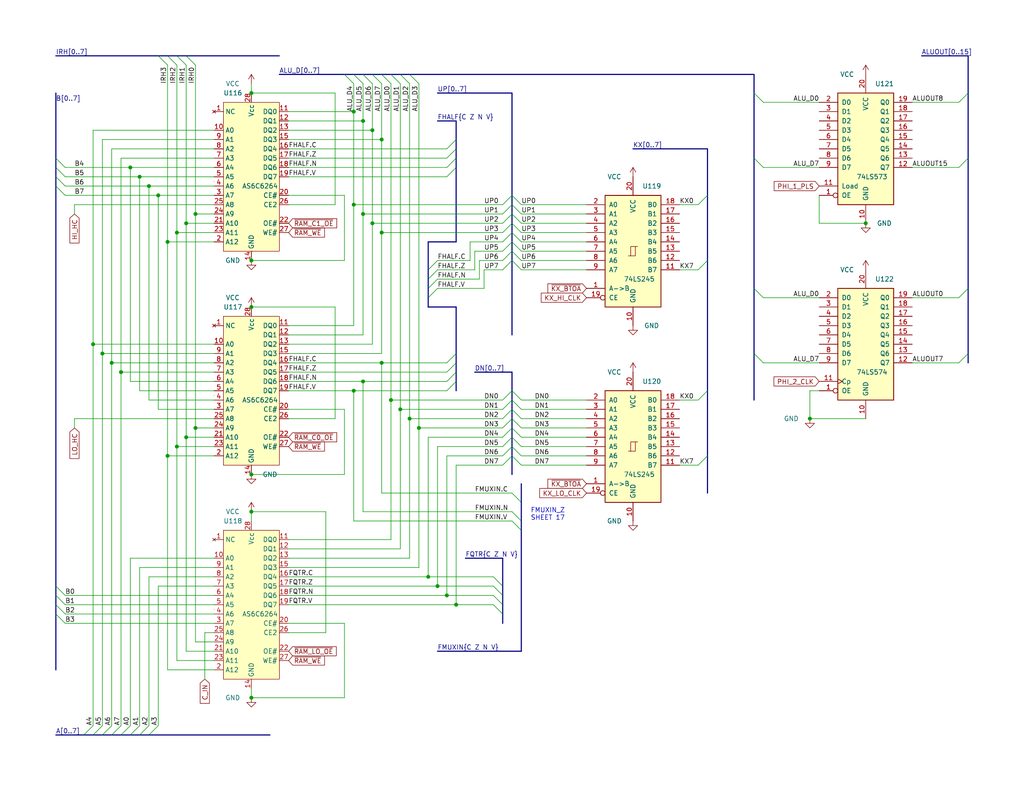
<source format=kicad_sch>
(kicad_sch (version 20211123) (generator eeschema)
  (paper "USLetter")
  (title_block (title "YARC ALU") (comment 1 "All ICs are HC family regardless of P/N shown"))
  (lib_symbols
    (symbol "74xx:74LS245" (pin_names (offset 1.016))
      (property "Reference" "U" (at -7.62 16.51 0))
      (property "Value" "74LS245" (at -7.62 -16.51 0))
      (symbol "74LS245_1_0"
        (polyline (pts (xy -0.635 -1.27) (xy -0.635 1.27) (xy 0.635 1.27)))
        (polyline (pts (xy -1.27 -1.27) (xy 0.635 -1.27) (xy 0.635 1.27) (xy 1.27 1.27)))
        (pin input line (at -12.7 -10.16 0) (length 5.08) (name "A->B") (number "1"))
        (pin power_in line (at 0 -20.32 90) (length 5.08) (name "GND") (number "10"))
        (pin tri_state line (at 12.7 -5.08 180) (length 5.08) (name "B7") (number "11"))
        (pin tri_state line (at 12.7 -2.54 180) (length 5.08) (name "B6") (number "12"))
        (pin tri_state line (at 12.7 0 180) (length 5.08) (name "B5") (number "13"))
        (pin tri_state line (at 12.7 2.54 180) (length 5.08) (name "B4") (number "14"))
        (pin tri_state line (at 12.7 5.08 180) (length 5.08) (name "B3") (number "15"))
        (pin tri_state line (at 12.7 7.62 180) (length 5.08) (name "B2") (number "16"))
        (pin tri_state line (at 12.7 10.16 180) (length 5.08) (name "B1") (number "17"))
        (pin tri_state line (at 12.7 12.7 180) (length 5.08) (name "B0") (number "18"))
        (pin input inverted (at -12.7 -12.7 0) (length 5.08) (name "CE") (number "19"))
        (pin tri_state line (at -12.7 12.7 0) (length 5.08) (name "A0") (number "2"))
        (pin power_in line (at 0 20.32 270) (length 5.08) (name "VCC") (number "20"))
        (pin tri_state line (at -12.7 10.16 0) (length 5.08) (name "A1") (number "3"))
        (pin tri_state line (at -12.7 7.62 0) (length 5.08) (name "A2") (number "4"))
        (pin tri_state line (at -12.7 5.08 0) (length 5.08) (name "A3") (number "5"))
        (pin tri_state line (at -12.7 2.54 0) (length 5.08) (name "A4") (number "6"))
        (pin tri_state line (at -12.7 0 0) (length 5.08) (name "A5") (number "7"))
        (pin tri_state line (at -12.7 -2.54 0) (length 5.08) (name "A6") (number "8"))
        (pin tri_state line (at -12.7 -5.08 0) (length 5.08) (name "A7") (number "9"))
      )
      (symbol "74LS245_1_1"
        (rectangle (start -7.62 15.24) (end 7.62 -15.24) (stroke (width 0.254)) (fill (type background)))
      )
    )
    (symbol "74xx:74LS573" (pin_names (offset 1.016))
      (property "Reference" "U" (at -7.62 16.51 0))
      (property "Value" "74LS573" (at -7.62 -16.51 0))
      (symbol "74LS573_1_0"
        (pin input inverted (at -12.7 -12.7 0) (length 5.08) (name "OE") (number "1"))
        (pin power_in line (at 0 -20.32 90) (length 5.08) (name "GND") (number "10"))
        (pin input line (at -12.7 -10.16 0) (length 5.08) (name "Load") (number "11"))
        (pin tri_state line (at 12.7 -5.08 180) (length 5.08) (name "Q7") (number "12"))
        (pin tri_state line (at 12.7 -2.54 180) (length 5.08) (name "Q6") (number "13"))
        (pin tri_state line (at 12.7 0 180) (length 5.08) (name "Q5") (number "14"))
        (pin tri_state line (at 12.7 2.54 180) (length 5.08) (name "Q4") (number "15"))
        (pin tri_state line (at 12.7 5.08 180) (length 5.08) (name "Q3") (number "16"))
        (pin tri_state line (at 12.7 7.62 180) (length 5.08) (name "Q2") (number "17"))
        (pin tri_state line (at 12.7 10.16 180) (length 5.08) (name "Q1") (number "18"))
        (pin tri_state line (at 12.7 12.7 180) (length 5.08) (name "Q0") (number "19"))
        (pin input line (at -12.7 12.7 0) (length 5.08) (name "D0") (number "2"))
        (pin power_in line (at 0 20.32 270) (length 5.08) (name "VCC") (number "20"))
        (pin input line (at -12.7 10.16 0) (length 5.08) (name "D1") (number "3"))
        (pin input line (at -12.7 7.62 0) (length 5.08) (name "D2") (number "4"))
        (pin input line (at -12.7 5.08 0) (length 5.08) (name "D3") (number "5"))
        (pin input line (at -12.7 2.54 0) (length 5.08) (name "D4") (number "6"))
        (pin input line (at -12.7 0 0) (length 5.08) (name "D5") (number "7"))
        (pin input line (at -12.7 -2.54 0) (length 5.08) (name "D6") (number "8"))
        (pin input line (at -12.7 -5.08 0) (length 5.08) (name "D7") (number "9"))
      )
      (symbol "74LS573_1_1"
        (rectangle (start -7.62 15.24) (end 7.62 -15.24) (stroke (width 0.254)) (fill (type background)))
      )
    )
    (symbol "74xx:74LS574" (pin_names (offset 1.016))
      (property "Reference" "U" (at -7.62 16.51 0))
      (property "Value" "74LS574" (at -7.62 -16.51 0))
      (symbol "74LS574_1_0"
        (pin input inverted (at -12.7 -12.7 0) (length 5.08) (name "OE") (number "1"))
        (pin power_in line (at 0 -20.32 90) (length 5.08) (name "GND") (number "10"))
        (pin input clock (at -12.7 -10.16 0) (length 5.08) (name "Cp") (number "11"))
        (pin tri_state line (at 12.7 -5.08 180) (length 5.08) (name "Q7") (number "12"))
        (pin tri_state line (at 12.7 -2.54 180) (length 5.08) (name "Q6") (number "13"))
        (pin tri_state line (at 12.7 0 180) (length 5.08) (name "Q5") (number "14"))
        (pin tri_state line (at 12.7 2.54 180) (length 5.08) (name "Q4") (number "15"))
        (pin tri_state line (at 12.7 5.08 180) (length 5.08) (name "Q3") (number "16"))
        (pin tri_state line (at 12.7 7.62 180) (length 5.08) (name "Q2") (number "17"))
        (pin tri_state line (at 12.7 10.16 180) (length 5.08) (name "Q1") (number "18"))
        (pin tri_state line (at 12.7 12.7 180) (length 5.08) (name "Q0") (number "19"))
        (pin input line (at -12.7 12.7 0) (length 5.08) (name "D0") (number "2"))
        (pin power_in line (at 0 20.32 270) (length 5.08) (name "VCC") (number "20"))
        (pin input line (at -12.7 10.16 0) (length 5.08) (name "D1") (number "3"))
        (pin input line (at -12.7 7.62 0) (length 5.08) (name "D2") (number "4"))
        (pin input line (at -12.7 5.08 0) (length 5.08) (name "D3") (number "5"))
        (pin input line (at -12.7 2.54 0) (length 5.08) (name "D4") (number "6"))
        (pin input line (at -12.7 0 0) (length 5.08) (name "D5") (number "7"))
        (pin input line (at -12.7 -2.54 0) (length 5.08) (name "D6") (number "8"))
        (pin input line (at -12.7 -5.08 0) (length 5.08) (name "D7") (number "9"))
      )
      (symbol "74LS574_1_1"
        (rectangle (start -7.62 15.24) (end 7.62 -15.24) (stroke (width 0.254)) (fill (type background)))
      )
    )
    (symbol "pdxjjb:AS6C6264"
      (property "Reference" "U" (at -2.54 15.24 0))
      (property "Value" "AS6C6264" (at 0 5.08 90))
      (symbol "AS6C6264_0_1"
        (rectangle (start -10.16 3.81) (end -10.16 3.81))
        (rectangle (start -7.62 25.4) (end 7.62 -15.24) (fill (type background)))
      )
      (symbol "AS6C6264_1_1"
        (pin no_connect line (at -10.16 22.86 0) (length 2.54) (name "NC") (number "1"))
        (pin input line (at -10.16 17.78 0) (length 2.54) (name "A0") (number "10"))
        (pin tri_state line (at 10.16 22.86 180) (length 2.54) (name "DQ0") (number "11"))
        (pin tri_state line (at 10.16 20.32 180) (length 2.54) (name "DQ1") (number "12"))
        (pin tri_state line (at 10.16 17.78 180) (length 2.54) (name "DQ2") (number "13"))
        (pin power_in line (at 0 -17.78 90) (length 2.54) (name "GND") (number "14"))
        (pin tri_state line (at 10.16 15.24 180) (length 2.54) (name "DQ3") (number "15"))
        (pin tri_state line (at 10.16 12.7 180) (length 2.54) (name "DQ4") (number "16"))
        (pin tri_state line (at 10.16 10.16 180) (length 2.54) (name "DQ5") (number "17"))
        (pin tri_state line (at 10.16 7.62 180) (length 2.54) (name "DQ6") (number "18"))
        (pin tri_state line (at 10.16 5.08 180) (length 2.54) (name "DQ7") (number "19"))
        (pin input line (at -10.16 -12.7 0) (length 2.54) (name "A12") (number "2"))
        (pin input line (at 10.16 0 180) (length 2.54) (name "CE#") (number "20"))
        (pin input line (at -10.16 -7.62 0) (length 2.54) (name "A10") (number "21"))
        (pin input line (at 10.16 -7.62 180) (length 2.54) (name "OE#") (number "22"))
        (pin input line (at -10.16 -10.16 0) (length 2.54) (name "A11") (number "23"))
        (pin input line (at -10.16 -5.08 0) (length 2.54) (name "A9") (number "24"))
        (pin input line (at -10.16 -2.54 0) (length 2.54) (name "A8") (number "25"))
        (pin input line (at 10.16 -2.54 180) (length 2.54) (name "CE2") (number "26"))
        (pin input line (at 10.16 -10.16 180) (length 2.54) (name "WE#") (number "27"))
        (pin power_in line (at 0 27.94 270) (length 2.54) (name "Vcc") (number "28"))
        (pin input line (at -10.16 0 0) (length 2.54) (name "A7") (number "3"))
        (pin input line (at -10.16 2.54 0) (length 2.54) (name "A6") (number "4"))
        (pin input line (at -10.16 5.08 0) (length 2.54) (name "A5") (number "5"))
        (pin input line (at -10.16 7.62 0) (length 2.54) (name "A4") (number "6"))
        (pin input line (at -10.16 10.16 0) (length 2.54) (name "A3") (number "7"))
        (pin input line (at -10.16 12.7 0) (length 2.54) (name "A2") (number "8"))
        (pin input line (at -10.16 15.24 0) (length 2.54) (name "A1") (number "9"))
      )
    )
    (symbol "power:GND" (power) (pin_names (offset 0))
      (property "Value" "GND" (at 0 -3.81 0))
      (symbol "GND_0_1"
        (polyline (pts (xy 0 0) (xy 0 -1.27) (xy 1.27 -1.27) (xy 0 -2.54) (xy -1.27 -1.27) (xy 0 -1.27)))
      )
      (symbol "GND_1_1"
        (pin power_in line (at 0 0 270) (length 0) hide (name "GND") (number "1"))
      )
    )
    (symbol "power:VCC" (power) (pin_names (offset 0))
      (property "Value" "VCC" (at 0 3.81 0))
      (symbol "VCC_0_1"
        (polyline (pts (xy -0.762 1.27) (xy 0 2.54)))
        (polyline (pts (xy 0 0) (xy 0 2.54)))
        (polyline (pts (xy 0 2.54) (xy 0.762 1.27)))
      )
      (symbol "VCC_1_1"
        (pin power_in line (at 0 0 90) (length 0) hide (name "VCC") (number "1"))
      )
    )
  )
  (junction (at 119.38 160.02))
  (junction (at 114.3 116.84))
  (junction (at 96.52 30.48))
  (junction (at 48.26 121.92))
  (junction (at 101.6 35.56))
  (junction (at 27.94 96.52))
  (junction (at 111.76 114.3))
  (junction (at 101.6 60.96))
  (junction (at 104.14 63.5))
  (junction (at 45.72 66.04))
  (junction (at 68.58 190.5))
  (junction (at 43.18 53.34))
  (junction (at 121.92 162.56))
  (junction (at 104.14 99.06))
  (junction (at 35.56 45.72))
  (junction (at 50.8 119.38))
  (junction (at 25.4 93.98))
  (junction (at 106.68 109.22))
  (junction (at 40.64 50.8))
  (junction (at 68.58 129.54))
  (junction (at 236.22 60.96))
  (junction (at 53.34 116.84))
  (junction (at 68.58 83.82))
  (junction (at 96.52 106.68))
  (junction (at 45.72 124.46))
  (junction (at 99.06 33.02))
  (junction (at 30.48 99.06))
  (junction (at 68.58 139.7))
  (junction (at 124.46 165.1))
  (junction (at 48.26 63.5))
  (junction (at 116.84 157.48))
  (junction (at 68.58 71.12))
  (junction (at 68.58 25.4))
  (junction (at 38.1 48.26))
  (junction (at 104.14 38.1))
  (junction (at 99.06 104.14))
  (junction (at 109.22 111.76))
  (junction (at 33.02 101.6))
  (junction (at 220.98 114.3))
  (junction (at 96.52 55.88))
  (junction (at 53.34 58.42))
  (junction (at 99.06 58.42))
  (junction (at 50.8 60.96))
  (bus_entry (at 124.46 96.52) (size -2.54 2.54))
  (bus_entry (at 139.7 116.84) (size -2.54 2.54))
  (bus_entry (at 142.24 137.16) (size -2.54 -2.54))
  (bus_entry (at 264.16 78.74) (size -2.54 2.54))
  (bus_entry (at 50.8 15.24) (size 2.54 2.54))
  (bus_entry (at 124.46 43.18) (size -2.54 2.54))
  (bus_entry (at 139.7 68.58) (size -2.54 2.54))
  (bus_entry (at 15.24 167.64) (size 2.54 2.54))
  (bus_entry (at 139.7 71.12) (size -2.54 2.54))
  (bus_entry (at 116.84 73.66) (size 2.54 -2.54))
  (bus_entry (at 137.16 167.64) (size -2.54 -2.54))
  (bus_entry (at 139.7 55.88) (size 2.54 2.54))
  (bus_entry (at 139.7 66.04) (size -2.54 2.54))
  (bus_entry (at 205.74 43.18) (size 2.54 2.54))
  (bus_entry (at 99.06 20.32) (size 2.54 2.54))
  (bus_entry (at 193.04 124.46) (size -2.54 2.54))
  (bus_entry (at 111.76 20.32) (size 2.54 2.54))
  (bus_entry (at 139.7 63.5) (size 2.54 2.54))
  (bus_entry (at 139.7 124.46) (size -2.54 2.54))
  (bus_entry (at 15.24 162.56) (size 2.54 2.54))
  (bus_entry (at 15.24 50.8) (size 2.54 2.54))
  (bus_entry (at 124.46 99.06) (size -2.54 2.54))
  (bus_entry (at 124.46 38.1) (size -2.54 2.54))
  (bus_entry (at 139.7 111.76) (size 2.54 2.54))
  (bus_entry (at 124.46 101.6) (size -2.54 2.54))
  (bus_entry (at 45.72 15.24) (size 2.54 2.54))
  (bus_entry (at 139.7 119.38) (size -2.54 2.54))
  (bus_entry (at 139.7 68.58) (size 2.54 2.54))
  (bus_entry (at 139.7 58.42) (size -2.54 2.54))
  (bus_entry (at 101.6 20.32) (size 2.54 2.54))
  (bus_entry (at 43.18 15.24) (size 2.54 2.54))
  (bus_entry (at 106.68 20.32) (size 2.54 2.54))
  (bus_entry (at 15.24 160.02) (size 2.54 2.54))
  (bus_entry (at 139.7 109.22) (size -2.54 2.54))
  (bus_entry (at 137.16 160.02) (size -2.54 -2.54))
  (bus_entry (at 27.94 200.66) (size 2.54 -2.54))
  (bus_entry (at 139.7 71.12) (size 2.54 2.54))
  (bus_entry (at 25.4 200.66) (size 2.54 -2.54))
  (bus_entry (at 137.16 162.56) (size -2.54 -2.54))
  (bus_entry (at 193.04 71.12) (size -2.54 2.54))
  (bus_entry (at 15.24 165.1) (size 2.54 2.54))
  (bus_entry (at 139.7 63.5) (size -2.54 2.54))
  (bus_entry (at 139.7 119.38) (size 2.54 2.54))
  (bus_entry (at 139.7 60.96) (size 2.54 2.54))
  (bus_entry (at 93.98 20.32) (size 2.54 2.54))
  (bus_entry (at 124.46 40.64) (size -2.54 2.54))
  (bus_entry (at 139.7 114.3) (size -2.54 2.54))
  (bus_entry (at 30.48 200.66) (size 2.54 -2.54))
  (bus_entry (at 139.7 116.84) (size 2.54 2.54))
  (bus_entry (at 193.04 53.34) (size -2.54 2.54))
  (bus_entry (at 139.7 58.42) (size 2.54 2.54))
  (bus_entry (at 15.24 48.26) (size 2.54 2.54))
  (bus_entry (at 139.7 109.22) (size 2.54 2.54))
  (bus_entry (at 124.46 45.72) (size -2.54 2.54))
  (bus_entry (at 139.7 124.46) (size 2.54 2.54))
  (bus_entry (at 205.74 25.4) (size 2.54 2.54))
  (bus_entry (at 116.84 76.2) (size 2.54 -2.54))
  (bus_entry (at 38.1 200.66) (size 2.54 -2.54))
  (bus_entry (at 48.26 15.24) (size 2.54 2.54))
  (bus_entry (at 137.16 165.1) (size -2.54 -2.54))
  (bus_entry (at 139.7 121.92) (size 2.54 2.54))
  (bus_entry (at 116.84 78.74) (size 2.54 -2.54))
  (bus_entry (at 139.7 66.04) (size 2.54 2.54))
  (bus_entry (at 139.7 53.34) (size -2.54 2.54))
  (bus_entry (at 139.7 114.3) (size 2.54 2.54))
  (bus_entry (at 264.16 43.18) (size -2.54 2.54))
  (bus_entry (at 22.86 200.66) (size 2.54 -2.54))
  (bus_entry (at 15.24 45.72) (size 2.54 2.54))
  (bus_entry (at 264.16 25.4) (size -2.54 2.54))
  (bus_entry (at 139.7 55.88) (size -2.54 2.54))
  (bus_entry (at 205.74 78.74) (size 2.54 2.54))
  (bus_entry (at 205.74 96.52) (size 2.54 2.54))
  (bus_entry (at 124.46 104.14) (size -2.54 2.54))
  (bus_entry (at 139.7 106.68) (size 2.54 2.54))
  (bus_entry (at 139.7 111.76) (size -2.54 2.54))
  (bus_entry (at 35.56 200.66) (size 2.54 -2.54))
  (bus_entry (at 116.84 81.28) (size 2.54 -2.54))
  (bus_entry (at 142.24 142.24) (size -2.54 -2.54))
  (bus_entry (at 193.04 106.68) (size -2.54 2.54))
  (bus_entry (at 96.52 20.32) (size 2.54 2.54))
  (bus_entry (at 139.7 106.68) (size -2.54 2.54))
  (bus_entry (at 40.64 200.66) (size 2.54 -2.54))
  (bus_entry (at 33.02 200.66) (size 2.54 -2.54))
  (bus_entry (at 264.16 96.52) (size -2.54 2.54))
  (bus_entry (at 142.24 144.78) (size -2.54 -2.54))
  (bus_entry (at 104.14 20.32) (size 2.54 2.54))
  (bus_entry (at 109.22 20.32) (size 2.54 2.54))
  (bus_entry (at 139.7 60.96) (size -2.54 2.54))
  (bus_entry (at 15.24 43.18) (size 2.54 2.54))
  (bus_entry (at 139.7 53.34) (size 2.54 2.54))
  (bus_entry (at 139.7 121.92) (size -2.54 2.54))
  (wire (pts (xy 20.32 55.88) (xy 20.32 58.42)))
  (bus (pts (xy 124.46 101.6) (xy 124.46 104.14)))
  (wire (pts (xy 55.88 172.72) (xy 58.42 172.72)))
  (bus (pts (xy 33.02 200.66) (xy 35.56 200.66)))
  (wire (pts (xy 35.56 152.4) (xy 58.42 152.4)))
  (wire (pts (xy 114.3 22.86) (xy 114.3 116.84)))
  (bus (pts (xy 22.86 200.66) (xy 25.4 200.66)))
  (wire (pts (xy 106.68 109.22) (xy 106.68 147.32)))
  (wire (pts (xy 109.22 111.76) (xy 109.22 149.86)))
  (bus (pts (xy 50.8 15.24) (xy 76.2 15.24)))
  (wire (pts (xy 48.26 180.34) (xy 48.26 121.92)))
  (wire (pts (xy 45.72 182.88) (xy 45.72 124.46)))
  (wire (pts (xy 58.42 43.18) (xy 33.02 43.18)))
  (bus (pts (xy 137.16 165.1) (xy 137.16 167.64)))
  (bus (pts (xy 137.16 160.02) (xy 137.16 162.56)))
  (wire (pts (xy 58.42 66.04) (xy 45.72 66.04)))
  (wire (pts (xy 78.74 157.48) (xy 116.84 157.48)))
  (wire (pts (xy 160.02 60.96) (xy 142.24 60.96)))
  (wire (pts (xy 58.42 116.84) (xy 53.34 116.84)))
  (wire (pts (xy 160.02 71.12) (xy 142.24 71.12)))
  (bus (pts (xy 96.52 20.32) (xy 99.06 20.32)))
  (wire (pts (xy 58.42 167.64) (xy 17.78 167.64)))
  (wire (pts (xy 35.56 45.72) (xy 58.42 45.72)))
  (bus (pts (xy 104.14 20.32) (xy 106.68 20.32)))
  (wire (pts (xy 101.6 60.96) (xy 101.6 93.98)))
  (bus (pts (xy 124.46 40.64) (xy 124.46 43.18)))
  (bus (pts (xy 124.46 43.18) (xy 124.46 45.72)))
  (bus (pts (xy 139.7 116.84) (xy 139.7 114.3)))
  (wire (pts (xy 132.08 73.66) (xy 132.08 78.74)))
  (wire (pts (xy 38.1 106.68) (xy 38.1 48.26)))
  (wire (pts (xy 137.16 114.3) (xy 111.76 114.3)))
  (bus (pts (xy 124.46 66.04) (xy 116.84 66.04)))
  (wire (pts (xy 142.24 111.76) (xy 160.02 111.76)))
  (wire (pts (xy 48.26 121.92) (xy 48.26 63.5)))
  (bus (pts (xy 139.7 111.76) (xy 139.7 109.22)))
  (wire (pts (xy 93.98 129.54) (xy 68.58 129.54)))
  (bus (pts (xy 25.4 200.66) (xy 27.94 200.66)))
  (wire (pts (xy 208.28 45.72) (xy 223.52 45.72)))
  (bus (pts (xy 15.24 50.8) (xy 15.24 160.02)))
  (bus (pts (xy 142.24 144.78) (xy 142.24 177.8)))
  (wire (pts (xy 68.58 190.5) (xy 68.58 187.96)))
  (wire (pts (xy 50.8 17.78) (xy 50.8 60.96)))
  (wire (pts (xy 93.98 71.12) (xy 68.58 71.12)))
  (wire (pts (xy 78.74 170.18) (xy 93.98 170.18)))
  (bus (pts (xy 124.46 99.06) (xy 124.46 101.6)))
  (bus (pts (xy 116.84 78.74) (xy 116.84 81.28)))
  (wire (pts (xy 50.8 119.38) (xy 50.8 60.96)))
  (wire (pts (xy 43.18 198.12) (xy 43.18 160.02)))
  (bus (pts (xy 76.2 20.32) (xy 93.98 20.32)))
  (wire (pts (xy 78.74 91.44) (xy 99.06 91.44)))
  (bus (pts (xy 30.48 200.66) (xy 33.02 200.66)))
  (bus (pts (xy 15.24 43.18) (xy 15.24 45.72)))
  (bus (pts (xy 139.7 68.58) (xy 139.7 71.12)))
  (wire (pts (xy 96.52 106.68) (xy 121.92 106.68)))
  (wire (pts (xy 68.58 139.7) (xy 68.58 142.24)))
  (wire (pts (xy 78.74 104.14) (xy 99.06 104.14)))
  (bus (pts (xy 15.24 160.02) (xy 15.24 162.56)))
  (wire (pts (xy 58.42 104.14) (xy 35.56 104.14)))
  (wire (pts (xy 106.68 22.86) (xy 106.68 109.22)))
  (wire (pts (xy 208.28 27.94) (xy 223.52 27.94)))
  (wire (pts (xy 101.6 35.56) (xy 101.6 60.96)))
  (wire (pts (xy 40.64 109.22) (xy 40.64 50.8)))
  (wire (pts (xy 119.38 121.92) (xy 137.16 121.92)))
  (wire (pts (xy 53.34 175.26) (xy 53.34 116.84)))
  (bus (pts (xy 205.74 96.52) (xy 205.74 109.22)))
  (bus (pts (xy 124.46 83.82) (xy 124.46 96.52)))
  (wire (pts (xy 53.34 116.84) (xy 53.34 58.42)))
  (wire (pts (xy 104.14 134.62) (xy 104.14 99.06)))
  (bus (pts (xy 205.74 78.74) (xy 205.74 96.52)))
  (wire (pts (xy 43.18 111.76) (xy 43.18 53.34)))
  (wire (pts (xy 17.78 162.56) (xy 58.42 162.56)))
  (wire (pts (xy 99.06 22.86) (xy 99.06 33.02)))
  (wire (pts (xy 78.74 165.1) (xy 124.46 165.1)))
  (wire (pts (xy 111.76 114.3) (xy 111.76 152.4)))
  (wire (pts (xy 58.42 182.88) (xy 45.72 182.88)))
  (wire (pts (xy 91.44 83.82) (xy 68.58 83.82)))
  (wire (pts (xy 78.74 152.4) (xy 111.76 152.4)))
  (wire (pts (xy 114.3 116.84) (xy 114.3 154.94)))
  (wire (pts (xy 78.74 99.06) (xy 104.14 99.06)))
  (wire (pts (xy 40.64 157.48) (xy 58.42 157.48)))
  (bus (pts (xy 137.16 152.4) (xy 137.16 160.02)))
  (bus (pts (xy 119.38 25.4) (xy 139.7 25.4)))
  (bus (pts (xy 205.74 20.32) (xy 205.74 25.4)))
  (bus (pts (xy 119.38 33.02) (xy 124.46 33.02)))
  (wire (pts (xy 78.74 93.98) (xy 101.6 93.98)))
  (bus (pts (xy 124.46 83.82) (xy 116.84 83.82)))
  (bus (pts (xy 139.7 71.12) (xy 139.7 91.44)))
  (bus (pts (xy 139.7 60.96) (xy 139.7 63.5)))
  (bus (pts (xy 251.46 15.24) (xy 264.16 15.24)))
  (wire (pts (xy 261.62 45.72) (xy 248.92 45.72)))
  (bus (pts (xy 116.84 73.66) (xy 116.84 76.2)))
  (wire (pts (xy 48.26 17.78) (xy 48.26 63.5)))
  (bus (pts (xy 124.46 45.72) (xy 124.46 66.04)))
  (wire (pts (xy 121.92 124.46) (xy 137.16 124.46)))
  (bus (pts (xy 139.7 114.3) (xy 139.7 111.76)))
  (wire (pts (xy 30.48 198.12) (xy 30.48 99.06)))
  (wire (pts (xy 38.1 48.26) (xy 58.42 48.26)))
  (wire (pts (xy 109.22 22.86) (xy 109.22 111.76)))
  (wire (pts (xy 58.42 119.38) (xy 50.8 119.38)))
  (bus (pts (xy 124.46 96.52) (xy 124.46 99.06)))
  (wire (pts (xy 104.14 134.62) (xy 139.7 134.62)))
  (wire (pts (xy 261.62 27.94) (xy 248.92 27.94)))
  (bus (pts (xy 116.84 83.82) (xy 116.84 81.28)))
  (wire (pts (xy 38.1 154.94) (xy 58.42 154.94)))
  (wire (pts (xy 30.48 40.64) (xy 58.42 40.64)))
  (wire (pts (xy 121.92 40.64) (xy 78.74 40.64)))
  (wire (pts (xy 96.52 142.24) (xy 96.52 106.68)))
  (bus (pts (xy 264.16 15.24) (xy 264.16 25.4)))
  (wire (pts (xy 142.24 73.66) (xy 160.02 73.66)))
  (wire (pts (xy 137.16 109.22) (xy 106.68 109.22)))
  (wire (pts (xy 236.22 114.3) (xy 220.98 114.3)))
  (bus (pts (xy 106.68 20.32) (xy 109.22 20.32)))
  (bus (pts (xy 142.24 142.24) (xy 142.24 144.78)))
  (wire (pts (xy 45.72 17.78) (xy 45.72 66.04)))
  (wire (pts (xy 91.44 25.4) (xy 68.58 25.4)))
  (wire (pts (xy 78.74 111.76) (xy 93.98 111.76)))
  (bus (pts (xy 15.24 15.24) (xy 43.18 15.24)))
  (bus (pts (xy 48.26 15.24) (xy 50.8 15.24)))
  (wire (pts (xy 91.44 114.3) (xy 91.44 83.82)))
  (wire (pts (xy 104.14 38.1) (xy 104.14 63.5)))
  (wire (pts (xy 88.9 139.7) (xy 68.58 139.7)))
  (bus (pts (xy 35.56 200.66) (xy 38.1 200.66)))
  (wire (pts (xy 45.72 124.46) (xy 45.72 66.04)))
  (wire (pts (xy 78.74 114.3) (xy 91.44 114.3)))
  (wire (pts (xy 142.24 121.92) (xy 160.02 121.92)))
  (wire (pts (xy 134.62 157.48) (xy 116.84 157.48)))
  (wire (pts (xy 53.34 17.78) (xy 53.34 58.42)))
  (wire (pts (xy 142.24 114.3) (xy 160.02 114.3)))
  (wire (pts (xy 121.92 162.56) (xy 121.92 124.46)))
  (wire (pts (xy 20.32 114.3) (xy 20.32 116.84)))
  (wire (pts (xy 99.06 104.14) (xy 121.92 104.14)))
  (wire (pts (xy 78.74 147.32) (xy 106.68 147.32)))
  (bus (pts (xy 99.06 20.32) (xy 101.6 20.32)))
  (wire (pts (xy 129.54 68.58) (xy 137.16 68.58)))
  (wire (pts (xy 58.42 58.42) (xy 53.34 58.42)))
  (bus (pts (xy 264.16 25.4) (xy 264.16 43.18)))
  (wire (pts (xy 96.52 55.88) (xy 96.52 88.9)))
  (wire (pts (xy 55.88 185.42) (xy 55.88 172.72)))
  (wire (pts (xy 58.42 165.1) (xy 17.78 165.1)))
  (wire (pts (xy 137.16 116.84) (xy 114.3 116.84)))
  (wire (pts (xy 261.62 99.06) (xy 248.92 99.06)))
  (wire (pts (xy 40.64 198.12) (xy 40.64 157.48)))
  (wire (pts (xy 142.24 109.22) (xy 160.02 109.22)))
  (wire (pts (xy 96.52 30.48) (xy 96.52 55.88)))
  (wire (pts (xy 17.78 53.34) (xy 43.18 53.34)))
  (bus (pts (xy 139.7 124.46) (xy 139.7 121.92)))
  (bus (pts (xy 137.16 167.64) (xy 137.16 170.18)))
  (wire (pts (xy 58.42 124.46) (xy 45.72 124.46)))
  (wire (pts (xy 78.74 33.02) (xy 99.06 33.02)))
  (wire (pts (xy 128.27 66.04) (xy 128.27 71.12)))
  (wire (pts (xy 142.24 119.38) (xy 160.02 119.38)))
  (wire (pts (xy 130.81 71.12) (xy 137.16 71.12)))
  (wire (pts (xy 58.42 55.88) (xy 20.32 55.88)))
  (bus (pts (xy 15.24 25.4) (xy 15.24 43.18)))
  (wire (pts (xy 124.46 165.1) (xy 124.46 127)))
  (bus (pts (xy 116.84 76.2) (xy 116.84 78.74)))
  (bus (pts (xy 193.04 53.34) (xy 193.04 71.12)))
  (wire (pts (xy 78.74 38.1) (xy 104.14 38.1)))
  (wire (pts (xy 134.62 160.02) (xy 119.38 160.02)))
  (wire (pts (xy 129.54 68.58) (xy 129.54 73.66)))
  (wire (pts (xy 58.42 63.5) (xy 48.26 63.5)))
  (wire (pts (xy 142.24 63.5) (xy 160.02 63.5)))
  (wire (pts (xy 99.06 33.02) (xy 99.06 58.42)))
  (wire (pts (xy 50.8 177.8) (xy 50.8 119.38)))
  (bus (pts (xy 116.84 66.04) (xy 116.84 73.66)))
  (bus (pts (xy 205.74 43.18) (xy 205.74 78.74)))
  (bus (pts (xy 139.7 109.22) (xy 139.7 106.68)))
  (wire (pts (xy 190.5 73.66) (xy 185.42 73.66)))
  (wire (pts (xy 116.84 157.48) (xy 116.84 119.38)))
  (wire (pts (xy 68.58 22.86) (xy 68.58 25.4)))
  (bus (pts (xy 119.38 177.8) (xy 142.24 177.8)))
  (wire (pts (xy 78.74 96.52) (xy 104.14 96.52)))
  (wire (pts (xy 128.27 71.12) (xy 119.38 71.12)))
  (wire (pts (xy 58.42 60.96) (xy 50.8 60.96)))
  (wire (pts (xy 27.94 38.1) (xy 58.42 38.1)))
  (wire (pts (xy 104.14 99.06) (xy 121.92 99.06)))
  (wire (pts (xy 129.54 73.66) (xy 119.38 73.66)))
  (wire (pts (xy 134.62 165.1) (xy 124.46 165.1)))
  (wire (pts (xy 17.78 170.18) (xy 58.42 170.18)))
  (bus (pts (xy 205.74 25.4) (xy 205.74 43.18)))
  (bus (pts (xy 172.72 40.64) (xy 193.04 40.64)))
  (wire (pts (xy 17.78 45.72) (xy 35.56 45.72)))
  (bus (pts (xy 137.16 162.56) (xy 137.16 165.1)))
  (wire (pts (xy 142.24 124.46) (xy 160.02 124.46)))
  (bus (pts (xy 27.94 200.66) (xy 30.48 200.66)))
  (wire (pts (xy 58.42 175.26) (xy 53.34 175.26)))
  (bus (pts (xy 142.24 132.08) (xy 142.24 137.16)))
  (wire (pts (xy 160.02 68.58) (xy 142.24 68.58)))
  (bus (pts (xy 139.7 58.42) (xy 139.7 60.96)))
  (bus (pts (xy 139.7 55.88) (xy 139.7 58.42)))
  (bus (pts (xy 264.16 43.18) (xy 264.16 78.74)))
  (wire (pts (xy 142.24 66.04) (xy 160.02 66.04)))
  (wire (pts (xy 124.46 127) (xy 137.16 127)))
  (wire (pts (xy 220.98 106.68) (xy 220.98 114.3)))
  (wire (pts (xy 58.42 177.8) (xy 50.8 177.8)))
  (wire (pts (xy 58.42 111.76) (xy 43.18 111.76)))
  (wire (pts (xy 78.74 53.34) (xy 93.98 53.34)))
  (wire (pts (xy 96.52 142.24) (xy 139.7 142.24)))
  (bus (pts (xy 142.24 137.16) (xy 142.24 142.24)))
  (bus (pts (xy 127 152.4) (xy 137.16 152.4)))
  (wire (pts (xy 33.02 43.18) (xy 33.02 101.6)))
  (bus (pts (xy 193.04 106.68) (xy 193.04 124.46)))
  (wire (pts (xy 137.16 63.5) (xy 104.14 63.5)))
  (wire (pts (xy 142.24 55.88) (xy 160.02 55.88)))
  (bus (pts (xy 15.24 167.64) (xy 15.24 182.88)))
  (wire (pts (xy 142.24 116.84) (xy 160.02 116.84)))
  (bus (pts (xy 124.46 33.02) (xy 124.46 38.1)))
  (wire (pts (xy 137.16 73.66) (xy 132.08 73.66)))
  (bus (pts (xy 93.98 20.32) (xy 96.52 20.32)))
  (wire (pts (xy 190.5 109.22) (xy 185.42 109.22)))
  (bus (pts (xy 15.24 165.1) (xy 15.24 167.64)))
  (wire (pts (xy 111.76 22.86) (xy 111.76 114.3)))
  (wire (pts (xy 104.14 22.86) (xy 104.14 38.1)))
  (bus (pts (xy 139.7 25.4) (xy 139.7 53.34)))
  (wire (pts (xy 25.4 35.56) (xy 25.4 93.98)))
  (wire (pts (xy 121.92 43.18) (xy 78.74 43.18)))
  (wire (pts (xy 121.92 45.72) (xy 78.74 45.72)))
  (bus (pts (xy 15.24 45.72) (xy 15.24 48.26)))
  (bus (pts (xy 101.6 20.32) (xy 104.14 20.32)))
  (bus (pts (xy 124.46 104.14) (xy 124.46 106.68)))
  (wire (pts (xy 35.56 198.12) (xy 35.56 152.4)))
  (wire (pts (xy 190.5 127) (xy 185.42 127)))
  (wire (pts (xy 116.84 119.38) (xy 137.16 119.38)))
  (wire (pts (xy 27.94 96.52) (xy 27.94 38.1)))
  (wire (pts (xy 78.74 172.72) (xy 88.9 172.72)))
  (bus (pts (xy 38.1 200.66) (xy 40.64 200.66)))
  (wire (pts (xy 119.38 160.02) (xy 119.38 121.92)))
  (wire (pts (xy 78.74 88.9) (xy 96.52 88.9)))
  (wire (pts (xy 96.52 22.86) (xy 96.52 30.48)))
  (bus (pts (xy 139.7 119.38) (xy 139.7 116.84)))
  (wire (pts (xy 137.16 111.76) (xy 109.22 111.76)))
  (bus (pts (xy 15.24 48.26) (xy 15.24 50.8)))
  (wire (pts (xy 223.52 53.34) (xy 223.52 60.96)))
  (bus (pts (xy 40.64 200.66) (xy 73.66 200.66)))
  (bus (pts (xy 124.46 38.1) (xy 124.46 40.64)))
  (bus (pts (xy 15.24 200.66) (xy 22.86 200.66)))
  (wire (pts (xy 119.38 78.74) (xy 132.08 78.74)))
  (wire (pts (xy 88.9 139.7) (xy 88.9 172.72)))
  (wire (pts (xy 99.06 58.42) (xy 99.06 91.44)))
  (wire (pts (xy 58.42 106.68) (xy 38.1 106.68)))
  (wire (pts (xy 17.78 48.26) (xy 38.1 48.26)))
  (bus (pts (xy 139.7 106.68) (xy 139.7 101.6)))
  (wire (pts (xy 78.74 154.94) (xy 114.3 154.94)))
  (wire (pts (xy 35.56 104.14) (xy 35.56 45.72)))
  (wire (pts (xy 99.06 139.7) (xy 99.06 104.14)))
  (wire (pts (xy 78.74 30.48) (xy 96.52 30.48)))
  (wire (pts (xy 99.06 139.7) (xy 139.7 139.7)))
  (wire (pts (xy 58.42 35.56) (xy 25.4 35.56)))
  (wire (pts (xy 101.6 60.96) (xy 137.16 60.96)))
  (wire (pts (xy 208.28 99.06) (xy 223.52 99.06)))
  (bus (pts (xy 45.72 15.24) (xy 48.26 15.24)))
  (wire (pts (xy 58.42 180.34) (xy 48.26 180.34)))
  (wire (pts (xy 58.42 121.92) (xy 48.26 121.92)))
  (wire (pts (xy 208.28 81.28) (xy 223.52 81.28)))
  (wire (pts (xy 93.98 170.18) (xy 93.98 190.5)))
  (bus (pts (xy 193.04 71.12) (xy 193.04 106.68)))
  (bus (pts (xy 111.76 20.32) (xy 205.74 20.32)))
  (wire (pts (xy 121.92 48.26) (xy 78.74 48.26)))
  (wire (pts (xy 134.62 162.56) (xy 121.92 162.56)))
  (bus (pts (xy 139.7 53.34) (xy 139.7 55.88)))
  (wire (pts (xy 78.74 35.56) (xy 101.6 35.56)))
  (wire (pts (xy 20.32 114.3) (xy 58.42 114.3)))
  (bus (pts (xy 139.7 66.04) (xy 139.7 68.58)))
  (bus (pts (xy 139.7 129.54) (xy 139.7 124.46)))
  (wire (pts (xy 130.81 76.2) (xy 130.81 71.12)))
  (wire (pts (xy 40.64 50.8) (xy 58.42 50.8)))
  (wire (pts (xy 58.42 99.06) (xy 30.48 99.06)))
  (wire (pts (xy 33.02 101.6) (xy 58.42 101.6)))
  (bus (pts (xy 264.16 96.52) (xy 264.16 99.06)))
  (wire (pts (xy 223.52 60.96) (xy 236.22 60.96)))
  (wire (pts (xy 101.6 22.86) (xy 101.6 35.56)))
  (wire (pts (xy 25.4 93.98) (xy 58.42 93.98)))
  (wire (pts (xy 30.48 99.06) (xy 30.48 40.64)))
  (wire (pts (xy 78.74 55.88) (xy 91.44 55.88)))
  (wire (pts (xy 104.14 63.5) (xy 104.14 96.52)))
  (wire (pts (xy 93.98 111.76) (xy 93.98 129.54)))
  (wire (pts (xy 33.02 198.12) (xy 33.02 101.6)))
  (bus (pts (xy 43.18 15.24) (xy 45.72 15.24)))
  (bus (pts (xy 193.04 124.46) (xy 193.04 134.62)))
  (wire (pts (xy 128.27 66.04) (xy 137.16 66.04)))
  (wire (pts (xy 27.94 198.12) (xy 27.94 96.52)))
  (wire (pts (xy 78.74 162.56) (xy 121.92 162.56)))
  (wire (pts (xy 93.98 190.5) (xy 68.58 190.5)))
  (wire (pts (xy 78.74 149.86) (xy 109.22 149.86)))
  (wire (pts (xy 190.5 55.88) (xy 185.42 55.88)))
  (bus (pts (xy 193.04 40.64) (xy 193.04 53.34)))
  (bus (pts (xy 264.16 78.74) (xy 264.16 96.52)))
  (wire (pts (xy 43.18 160.02) (xy 58.42 160.02)))
  (bus (pts (xy 15.24 162.56) (xy 15.24 165.1)))
  (wire (pts (xy 130.81 76.2) (xy 119.38 76.2)))
  (wire (pts (xy 99.06 58.42) (xy 137.16 58.42)))
  (wire (pts (xy 78.74 106.68) (xy 96.52 106.68)))
  (bus (pts (xy 139.7 121.92) (xy 139.7 119.38)))
  (wire (pts (xy 91.44 55.88) (xy 91.44 25.4)))
  (wire (pts (xy 58.42 96.52) (xy 27.94 96.52)))
  (wire (pts (xy 160.02 58.42) (xy 142.24 58.42)))
  (wire (pts (xy 142.24 127) (xy 160.02 127)))
  (wire (pts (xy 25.4 198.12) (xy 25.4 93.98)))
  (wire (pts (xy 58.42 53.34) (xy 43.18 53.34)))
  (wire (pts (xy 58.42 109.22) (xy 40.64 109.22)))
  (wire (pts (xy 38.1 198.12) (xy 38.1 154.94)))
  (bus (pts (xy 109.22 20.32) (xy 111.76 20.32)))
  (wire (pts (xy 223.52 106.68) (xy 220.98 106.68)))
  (bus (pts (xy 129.54 101.6) (xy 139.7 101.6)))
  (wire (pts (xy 121.92 101.6) (xy 78.74 101.6)))
  (wire (pts (xy 137.16 55.88) (xy 96.52 55.88)))
  (wire (pts (xy 261.62 81.28) (xy 248.92 81.28)))
  (bus (pts (xy 139.7 63.5) (xy 139.7 66.04)))
  (wire (pts (xy 17.78 50.8) (xy 40.64 50.8)))
  (wire (pts (xy 93.98 53.34) (xy 93.98 71.12)))
  (wire (pts (xy 78.74 160.02) (xy 119.38 160.02)))
  (text "FMUXIN_Z\nSHEET 17" (at 144.78 142.24 0) (effects (font (size 1.27 1.27)) (justify left bottom)))
  (label "ALUOUT7" (at 248.92 99.06 0))
  (label "FHALF.Z" (at 78.74 101.6 0))
  (label "FHALF.C" (at 78.74 99.06 0))
  (label "FHALF.N" (at 78.74 45.72 0))
  (label "KX7" (at 185.42 73.66 0))
  (label "B7" (at 20.32 53.34 0))
  (label "IRH0" (at 53.34 22.86 90))
  (label "DN7" (at 132.08 127 0))
  (label "FHALF.Z" (at 119.38 73.66 0))
  (label "A0" (at 35.56 198.12 90))
  (label "FHALF.C" (at 78.74 40.64 0))
  (label "UP1" (at 142.24 58.42 0))
  (label "A1" (at 38.1 198.12 90))
  (label "DN1" (at 149.86 111.76 180))
  (label "UP2" (at 142.24 60.96 0))
  (label "FHALF.N" (at 78.74 104.14 0))
  (label "ALU_D7" (at 223.52 45.72 180))
  (label "ALUOUT8" (at 248.92 27.94 0))
  (label "FHALF.C" (at 119.38 71.12 0))
  (label "ALUOUT0" (at 248.92 81.28 0))
  (label "IRH3" (at 45.72 22.86 90))
  (label "ALU_D3" (at 114.3 30.48 90))
  (label "IRH1" (at 50.8 22.86 90))
  (label "B6" (at 20.32 50.8 0))
  (label "B5" (at 20.32 48.26 0))
  (label "UP6" (at 132.08 71.12 0))
  (label "ALUOUT[0..15]" (at 251.46 15.24 0))
  (label "UP[0..7]" (at 119.38 25.4 0))
  (label "UP4" (at 142.24 66.04 0))
  (label "DN6" (at 149.86 124.46 180))
  (label "FHALF{C Z N V}" (at 119.38 33.02 0))
  (label "ALU_D0" (at 223.52 81.28 180))
  (label "DN0" (at 149.86 109.22 180))
  (label "UP5" (at 132.08 68.58 0))
  (label "FHALF.V" (at 78.74 48.26 0))
  (label "FQTR.V" (at 78.74 165.1 0))
  (label "A[0..7]" (at 15.24 200.66 0))
  (label "ALU_D1" (at 109.22 30.48 90))
  (label "ALU_D7" (at 104.14 30.48 90))
  (label "KX0" (at 185.42 109.22 0))
  (label "A3" (at 43.18 198.12 90))
  (label "ALU_D2" (at 111.76 30.48 90))
  (label "UP2" (at 132.08 60.96 0))
  (label "KX0" (at 185.42 55.88 0))
  (label "UP6" (at 142.24 71.12 0))
  (label "IRH[0..7]" (at 15.24 15.24 0))
  (label "UP7" (at 142.24 73.66 0))
  (label "UP0" (at 142.24 55.88 0))
  (label "A6" (at 30.48 198.12 90))
  (label "DN0" (at 132.08 109.22 0))
  (label "FHALF.Z" (at 78.74 43.18 0))
  (label "FHALF.V" (at 78.74 106.68 0))
  (label "FHALF.V" (at 119.38 78.74 0))
  (label "DN4" (at 132.08 119.38 0))
  (label "FMUXIN{C Z N V}" (at 119.38 177.8 0))
  (label "DN2" (at 149.86 114.3 180))
  (label "ALU_D[0..7]" (at 76.2 20.32 0))
  (label "DN2" (at 132.08 114.3 0))
  (label "UP4" (at 132.08 66.04 0))
  (label "FHALF.N" (at 119.38 76.2 0))
  (label "B4" (at 20.32 45.72 0))
  (label "IRH2" (at 48.26 22.86 90))
  (label "DN5" (at 149.86 121.92 180))
  (label "FMUXIN.N" (at 129.54 139.7 0))
  (label "UP7" (at 132.08 73.66 0))
  (label "ALUOUT15" (at 248.92 45.72 0))
  (label "KX7" (at 185.42 127 0))
  (label "DN3" (at 149.86 116.84 180))
  (label "ALU_D6" (at 101.6 30.48 90))
  (label "B3" (at 17.78 170.18 0))
  (label "ALU_D5" (at 99.06 30.48 90))
  (label "UP3" (at 142.24 63.5 0))
  (label "UP1" (at 132.08 58.42 0))
  (label "A4" (at 25.4 198.12 90))
  (label "FMUXIN.C" (at 129.54 134.62 0))
  (label "B2" (at 17.78 167.64 0))
  (label "DN3" (at 132.08 116.84 0))
  (label "DN6" (at 132.08 124.46 0))
  (label "KX[0..7]" (at 172.72 40.64 0))
  (label "DN1" (at 132.08 111.76 0))
  (label "DN4" (at 149.86 119.38 180))
  (label "FQTR.N" (at 78.74 162.56 0))
  (label "UP3" (at 132.08 63.5 0))
  (label "ALU_D0" (at 106.68 30.48 90))
  (label "FQTR.Z" (at 78.74 160.02 0))
  (label "UP0" (at 132.08 55.88 0))
  (label "A2" (at 40.64 198.12 90))
  (label "UP5" (at 142.24 68.58 0))
  (label "B[0..7]" (at 15.24 27.94 0))
  (label "B0" (at 17.78 162.56 0))
  (label "B1" (at 17.78 165.1 0))
  (label "DN7" (at 149.86 127 180))
  (label "FMUXIN.V" (at 129.54 142.24 0))
  (label "FQTR{C Z N V}" (at 127 152.4 0))
  (label "A7" (at 33.02 198.12 90))
  (label "ALU_D7" (at 223.52 99.06 180))
  (label "DN5" (at 132.08 121.92 0))
  (label "DN[0..7]" (at 129.54 101.6 0))
  (label "ALU_D0" (at 223.52 27.94 180))
  (label "FQTR.C" (at 78.74 157.48 0))
  (label "ALU_D4" (at 96.52 30.48 90))
  (label "A5" (at 27.94 198.12 90))
  (global_label "PHI_1_PLS" (shape input) (at 223.52 50.8 180) (property "Intersheet References" "${INTERSHEET_REFS}" (effects hide)))
  (global_label "PHI_2_CLK" (shape input) (at 223.52 104.14 180) (property "Intersheet References" "${INTERSHEET_REFS}" (effects hide)))
  (global_label "KX_HI_CLK" (shape input) (at 160.02 81.28 180) (property "Intersheet References" "${INTERSHEET_REFS}" (effects hide)))
  (global_label "~{RAM_WE}" (shape input) (at 78.74 180.34 0) (property "Intersheet References" "${INTERSHEET_REFS}" (effects hide)))
  (global_label "~{RAM_C1_OE}" (shape input) (at 78.74 60.96 0) (property "Intersheet References" "${INTERSHEET_REFS}" (effects hide)))
  (global_label "~{RAM_C0_OE}" (shape input) (at 78.74 119.38 0) (property "Intersheet References" "${INTERSHEET_REFS}" (effects hide)))
  (global_label "HI_HC" (shape input) (at 20.32 58.42 270) (property "Intersheet References" "${INTERSHEET_REFS}" (effects hide)))
  (global_label "LO_HC" (shape input) (at 20.32 116.84 270) (property "Intersheet References" "${INTERSHEET_REFS}" (effects hide)))
  (global_label "KX_LO_CLK" (shape input) (at 160.02 134.62 180) (property "Intersheet References" "${INTERSHEET_REFS}" (effects hide)))
  (global_label "~{RAM_WE}" (shape input) (at 78.74 121.92 0) (property "Intersheet References" "${INTERSHEET_REFS}" (effects hide)))
  (global_label "~{KX_BTOA}" (shape input) (at 160.02 132.08 180) (property "Intersheet References" "${INTERSHEET_REFS}" (effects hide)))
  (global_label "~{KX_BTOA}" (shape input) (at 160.02 78.74 180) (property "Intersheet References" "${INTERSHEET_REFS}" (effects hide)))
  (global_label "~{RAM_LO_OE}" (shape input) (at 78.74 177.8 0) (property "Intersheet References" "${INTERSHEET_REFS}" (effects hide)))
  (global_label "~{RAM_WE}" (shape input) (at 78.74 63.5 0) (property "Intersheet References" "${INTERSHEET_REFS}" (effects hide)))
  (global_label "C_IN" (shape input) (at 55.88 185.42 270) (property "Intersheet References" "${INTERSHEET_REFS}" (effects hide)))
  (symbol (lib_id "power:VCC") (at 68.58 22.86 0) (unit 1)
    (property "Reference" "#PWR0188" (effects hide))
    (property "Value" "VCC" (at 63.5 22.86 0))
  )
  (symbol (lib_id "power:GND") (at 172.72 88.9 0) (unit 1)
    (property "Reference" "#PWR0195" (effects hide))
    (property "Value" "GND" (at 177.8 88.9 0))
  )
  (symbol (lib_id "power:VCC") (at 236.22 73.66 0) (unit 1)
    (property "Reference" "#PWR0200" (effects hide))
    (property "Value" "VCC" (at 231.14 73.66 0))
  )
  (symbol (lib_id "pdxjjb:AS6C6264") (at 68.58 111.76 0) (unit 1)
    (property "Reference" "U117" (at 60.96 83.82 0) (effects (justify left)))
    (property "Value" "AS6C6264" (at 66.04 109.22 0) (effects (justify left)))
  )
  (symbol (lib_id "74xx:74LS245") (at 172.72 121.92 0) (unit 1)
    (property "Reference" "U120" (at 175.26 104.14 0) (effects (justify left)))
    (property "Value" "74LS245" (at 170.18 129.54 0) (effects (justify left)))
    (property "Datasheet" "http://www.ti.com/lit/gpn/sn74LS245" (effects hide))
  )
  (symbol (lib_id "power:VCC") (at 236.22 20.32 0) (unit 1)
    (property "Reference" "#PWR0198" (effects hide))
    (property "Value" "VCC" (at 231.14 20.32 0))
  )
  (symbol (lib_id "pdxjjb:AS6C6264") (at 68.58 53.34 0) (unit 1)
    (property "Reference" "U116" (at 60.96 25.4 0) (effects (justify left)))
    (property "Value" "AS6C6264" (at 66.04 50.8 0) (effects (justify left)))
  )
  (symbol (lib_id "power:GND") (at 68.58 190.5 0) (unit 1)
    (property "Reference" "#PWR0193" (effects hide))
    (property "Value" "GND" (at 63.5 190.5 0))
  )
  (symbol (lib_id "power:VCC") (at 172.72 48.26 0) (unit 1)
    (property "Reference" "#PWR0194" (effects hide))
    (property "Value" "VCC" (at 167.64 48.26 0))
  )
  (symbol (lib_id "pdxjjb:AS6C6264") (at 68.58 170.18 0) (unit 1)
    (property "Reference" "U118" (at 60.96 142.24 0) (effects (justify left)))
    (property "Value" "AS6C6264" (at 66.04 167.64 0) (effects (justify left)))
  )
  (symbol (lib_id "power:GND") (at 172.72 142.24 0) (unit 1)
    (property "Reference" "#PWR?" (effects hide))
    (property "Value" "GND" (at 167.64 142.24 0))
  )
  (symbol (lib_id "power:GND") (at 68.58 71.12 0) (unit 1)
    (property "Reference" "#PWR0189" (effects hide))
    (property "Value" "GND" (at 63.5 71.12 0))
  )
  (symbol (lib_id "74xx:74LS574") (at 236.22 93.98 0) (unit 1)
    (property "Reference" "U122" (at 238.76 76.2 0) (effects (justify left)))
    (property "Value" "74LS574" (at 233.68 101.6 0) (effects (justify left)))
    (property "Datasheet" "http://www.ti.com/lit/gpn/sn74LS574" (effects hide))
  )
  (symbol (lib_id "power:VCC") (at 172.72 101.6 0) (unit 1)
    (property "Reference" "#PWR0196" (effects hide))
    (property "Value" "VCC" (at 167.64 101.6 0))
  )
  (symbol (lib_id "power:VCC") (at 68.58 139.7 0) (unit 1)
    (property "Reference" "#PWR0192" (effects hide))
    (property "Value" "VCC" (at 63.5 139.7 0))
  )
  (symbol (lib_id "74xx:74LS573") (at 236.22 40.64 0) (unit 1)
    (property "Reference" "U121" (at 238.76 22.86 0) (effects (justify left)))
    (property "Value" "74LS573" (at 233.68 48.26 0) (effects (justify left)))
    (property "Datasheet" "74xx/74hc573.pdf" (effects hide))
  )
  (symbol (lib_id "power:GND") (at 220.98 114.3 0) (unit 1)
    (property "Reference" "#PWR?" (effects hide))
    (property "Value" "GND" (at 215.9 114.3 0))
  )
  (symbol (lib_id "power:GND") (at 236.22 60.96 0) (unit 1)
    (property "Reference" "#PWR0199" (effects hide))
    (property "Value" "GND" (at 241.3 60.96 0))
  )
  (symbol (lib_id "power:GND") (at 68.58 129.54 0) (unit 1)
    (property "Reference" "#PWR0191" (effects hide))
    (property "Value" "GND" (at 73.66 129.54 0))
  )
  (symbol (lib_id "power:VCC") (at 68.58 83.82 0) (unit 1)
    (property "Reference" "#PWR0190" (effects hide))
    (property "Value" "VCC" (at 63.5 81.28 0))
  )
  (symbol (lib_id "74xx:74LS245") (at 172.72 68.58 0) (unit 1)
    (property "Reference" "U119" (at 175.26 50.8 0) (effects (justify left)))
    (property "Value" "74LS245" (at 170.18 76.2 0) (effects (justify left)))
    (property "Datasheet" "http://www.ti.com/lit/gpn/sn74LS245" (effects hide))
  )
)
</source>
